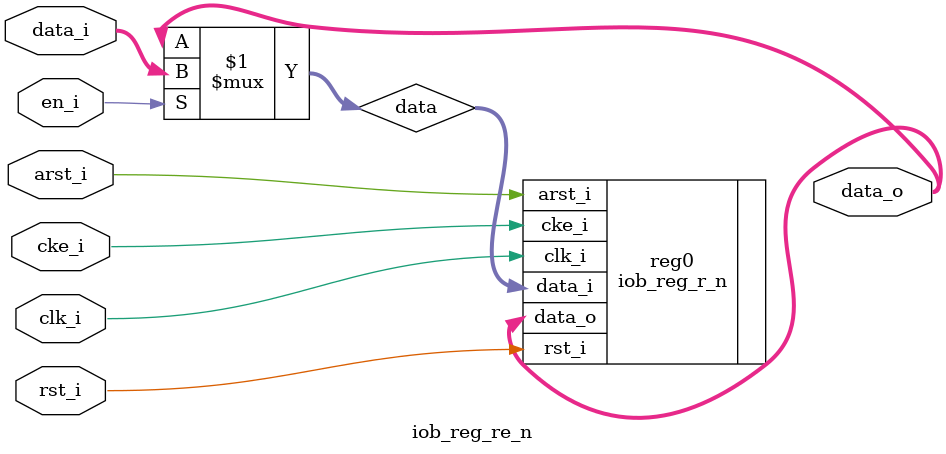
<source format=v>
`timescale 1ns / 1ps

module iob_reg_re_n
  #(
    parameter DATA_W = 0,
    parameter RST_VAL = 0
    )
   (
    input               clk_i,
    input               arst_i,
    input               cke_i,

    input               rst_i,
    input               en_i,

    input [DATA_W-1:0]  data_i,
    output [DATA_W-1:0] data_o
    );

   wire [DATA_W-1:0]    data;
   assign data = en_i? data_i: data_o;

   iob_reg_r_n #(DATA_W, RST_VAL) reg0
     (
      .clk_i(clk_i),
      .arst_i(arst_i),
      .cke_i(cke_i),

      .rst_i(rst_i),

      .data_i(data),
      .data_o(data_o)
      );

endmodule

</source>
